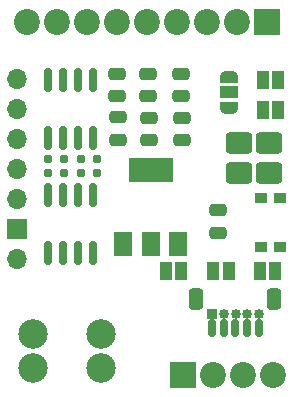
<source format=gbr>
%TF.GenerationSoftware,KiCad,Pcbnew,(7.0.0-0)*%
%TF.CreationDate,2023-02-25T15:33:57+01:00*%
%TF.ProjectId,KNeoPiX_v1.3,4b4e656f-5069-4585-9f76-312e332e6b69,1.3*%
%TF.SameCoordinates,Original*%
%TF.FileFunction,Soldermask,Top*%
%TF.FilePolarity,Negative*%
%FSLAX46Y46*%
G04 Gerber Fmt 4.6, Leading zero omitted, Abs format (unit mm)*
G04 Created by KiCad (PCBNEW (7.0.0-0)) date 2023-02-25 15:33:57*
%MOMM*%
%LPD*%
G01*
G04 APERTURE LIST*
G04 Aperture macros list*
%AMRoundRect*
0 Rectangle with rounded corners*
0 $1 Rounding radius*
0 $2 $3 $4 $5 $6 $7 $8 $9 X,Y pos of 4 corners*
0 Add a 4 corners polygon primitive as box body*
4,1,4,$2,$3,$4,$5,$6,$7,$8,$9,$2,$3,0*
0 Add four circle primitives for the rounded corners*
1,1,$1+$1,$2,$3*
1,1,$1+$1,$4,$5*
1,1,$1+$1,$6,$7*
1,1,$1+$1,$8,$9*
0 Add four rect primitives between the rounded corners*
20,1,$1+$1,$2,$3,$4,$5,0*
20,1,$1+$1,$4,$5,$6,$7,0*
20,1,$1+$1,$6,$7,$8,$9,0*
20,1,$1+$1,$8,$9,$2,$3,0*%
%AMFreePoly0*
4,1,19,0.550000,-0.750000,0.000000,-0.750000,0.000000,-0.744911,-0.071157,-0.744911,-0.207708,-0.704816,-0.327430,-0.627875,-0.420627,-0.520320,-0.479746,-0.390866,-0.500000,-0.250000,-0.500000,0.250000,-0.479746,0.390866,-0.420627,0.520320,-0.327430,0.627875,-0.207708,0.704816,-0.071157,0.744911,0.000000,0.744911,0.000000,0.750000,0.550000,0.750000,0.550000,-0.750000,0.550000,-0.750000,
$1*%
%AMFreePoly1*
4,1,19,0.000000,0.744911,0.071157,0.744911,0.207708,0.704816,0.327430,0.627875,0.420627,0.520320,0.479746,0.390866,0.500000,0.250000,0.500000,-0.250000,0.479746,-0.390866,0.420627,-0.520320,0.327430,-0.627875,0.207708,-0.704816,0.071157,-0.744911,0.000000,-0.744911,0.000000,-0.750000,-0.550000,-0.750000,-0.550000,0.750000,0.000000,0.750000,0.000000,0.744911,0.000000,0.744911,
$1*%
G04 Aperture macros list end*
%ADD10RoundRect,0.270000X-0.830000X0.630000X-0.830000X-0.630000X0.830000X-0.630000X0.830000X0.630000X0*%
%ADD11RoundRect,0.250000X-0.475000X0.250000X-0.475000X-0.250000X0.475000X-0.250000X0.475000X0.250000X0*%
%ADD12RoundRect,0.150000X-0.150000X-0.625000X0.150000X-0.625000X0.150000X0.625000X-0.150000X0.625000X0*%
%ADD13RoundRect,0.250000X-0.350000X-0.650000X0.350000X-0.650000X0.350000X0.650000X-0.350000X0.650000X0*%
%ADD14R,1.500000X2.000000*%
%ADD15R,3.800000X2.000000*%
%ADD16RoundRect,0.160000X-0.160000X0.197500X-0.160000X-0.197500X0.160000X-0.197500X0.160000X0.197500X0*%
%ADD17R,1.000000X1.500000*%
%ADD18RoundRect,0.160000X0.160000X-0.197500X0.160000X0.197500X-0.160000X0.197500X-0.160000X-0.197500X0*%
%ADD19RoundRect,0.250000X0.475000X-0.250000X0.475000X0.250000X-0.475000X0.250000X-0.475000X-0.250000X0*%
%ADD20C,1.875000*%
%ADD21R,0.850000X0.850000*%
%ADD22O,0.850000X0.850000*%
%ADD23R,2.200000X2.200000*%
%ADD24C,2.200000*%
%ADD25O,1.700000X1.700000*%
%ADD26R,1.700000X1.700000*%
%ADD27RoundRect,0.150000X0.150000X-0.825000X0.150000X0.825000X-0.150000X0.825000X-0.150000X-0.825000X0*%
%ADD28R,1.000000X0.900000*%
%ADD29C,2.500000*%
%ADD30FreePoly0,270.000000*%
%ADD31R,1.500000X1.000000*%
%ADD32FreePoly1,270.000000*%
G04 APERTURE END LIST*
D10*
%TO.C,U1*%
X131956746Y-108017914D03*
X131931700Y-110557914D03*
X134471700Y-110557914D03*
X134471700Y-108017914D03*
%TD*%
D11*
%TO.C,C2*%
X124270000Y-102100000D03*
X124270000Y-104000000D03*
%TD*%
D12*
%TO.C,J5*%
X129625000Y-123675000D03*
X130625000Y-123675000D03*
X131625000Y-123675000D03*
X132625000Y-123675000D03*
X133625000Y-123675000D03*
D13*
X128325000Y-121150000D03*
X134925000Y-121150000D03*
%TD*%
D14*
%TO.C,U2*%
X122149999Y-116524999D03*
X124449999Y-116524999D03*
D15*
X124449999Y-110224999D03*
D14*
X126749999Y-116524999D03*
%TD*%
D11*
%TO.C,C1*%
X121625000Y-102100000D03*
X121625000Y-104000000D03*
%TD*%
D16*
%TO.C,R4*%
X117080000Y-109362500D03*
X117080000Y-110557500D03*
%TD*%
D17*
%TO.C,JP3*%
X133669999Y-118774999D03*
X134969999Y-118774999D03*
%TD*%
D18*
%TO.C,R3*%
X115760000Y-110547500D03*
X115760000Y-109352500D03*
%TD*%
D19*
%TO.C,C4*%
X121650000Y-107700000D03*
X121650000Y-105800000D03*
%TD*%
D17*
%TO.C,JP4*%
X133974999Y-102649999D03*
X135274999Y-102649999D03*
%TD*%
D11*
%TO.C,C3*%
X127050000Y-102100000D03*
X127050000Y-104000000D03*
%TD*%
%TO.C,C6*%
X127075000Y-105825000D03*
X127075000Y-107725000D03*
%TD*%
D20*
%TO.C,H2*%
X120250000Y-124150000D03*
%TD*%
D19*
%TO.C,C7*%
X130175000Y-115575000D03*
X130175000Y-113675000D03*
%TD*%
D21*
%TO.C,J6*%
X129649999Y-122449999D03*
D22*
X130649999Y-122449999D03*
X131649999Y-122449999D03*
X132649999Y-122449999D03*
X133649999Y-122449999D03*
%TD*%
D16*
%TO.C,R1*%
X118540000Y-109352500D03*
X118540000Y-110547500D03*
%TD*%
D23*
%TO.C,J4*%
X127164999Y-127579999D03*
D24*
X129705000Y-127580000D03*
X132245000Y-127580000D03*
X134785000Y-127580000D03*
%TD*%
D23*
%TO.C,J3*%
X134269999Y-97739999D03*
D24*
X131730000Y-97740000D03*
X129190000Y-97740000D03*
X126650000Y-97740000D03*
X124110000Y-97740000D03*
X121570000Y-97740000D03*
X119030000Y-97740000D03*
X116490000Y-97740000D03*
X113950000Y-97740000D03*
%TD*%
D18*
%TO.C,R2*%
X119890000Y-110550000D03*
X119890000Y-109355000D03*
%TD*%
D25*
%TO.C,GN1*%
X113139999Y-117779999D03*
D26*
X113139999Y-115239999D03*
D25*
X113139999Y-112699999D03*
X113139999Y-110159999D03*
X113139999Y-107619999D03*
X113139999Y-105079999D03*
X113139999Y-102539999D03*
%TD*%
D17*
%TO.C,JP1*%
X125749999Y-118774999D03*
X127049999Y-118774999D03*
%TD*%
D27*
%TO.C,U3*%
X115795000Y-107555000D03*
X117065000Y-107555000D03*
X118335000Y-107555000D03*
X119605000Y-107555000D03*
X119605000Y-102605000D03*
X118335000Y-102605000D03*
X117065000Y-102605000D03*
X115795000Y-102605000D03*
%TD*%
D17*
%TO.C,JP2*%
X129749999Y-118774999D03*
X131049999Y-118774999D03*
%TD*%
D19*
%TO.C,C5*%
X124285000Y-107725000D03*
X124285000Y-105825000D03*
%TD*%
D28*
%TO.C,SW1*%
X135409999Y-112674999D03*
X133809999Y-112674999D03*
X135409999Y-116774999D03*
X133809999Y-116774999D03*
%TD*%
D29*
%TO.C,J2*%
X120250000Y-127050000D03*
X114500000Y-127050000D03*
%TD*%
D20*
%TO.C,H1*%
X114500000Y-124150000D03*
%TD*%
D17*
%TO.C,JP6*%
X133974999Y-105149999D03*
X135274999Y-105149999D03*
%TD*%
D30*
%TO.C,JP5*%
X131125000Y-102400000D03*
D31*
X131124999Y-103699999D03*
D32*
X131125000Y-105000000D03*
%TD*%
D29*
%TO.C,J1*%
X120230000Y-124130000D03*
X114480000Y-124130000D03*
%TD*%
D27*
%TO.C,U4*%
X115795000Y-117325000D03*
X117065000Y-117325000D03*
X118335000Y-117325000D03*
X119605000Y-117325000D03*
X119605000Y-112375000D03*
X118335000Y-112375000D03*
X117065000Y-112375000D03*
X115795000Y-112375000D03*
%TD*%
M02*

</source>
